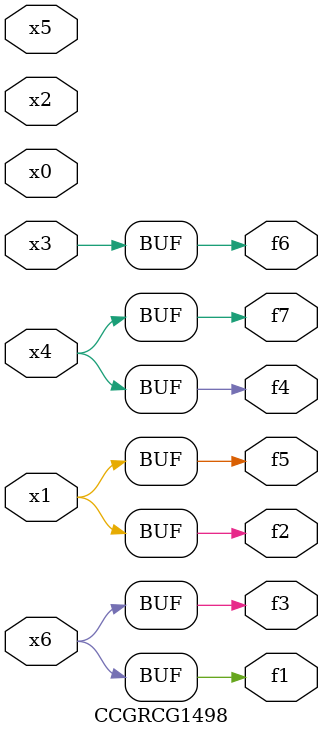
<source format=v>
module CCGRCG1498(
	input x0, x1, x2, x3, x4, x5, x6,
	output f1, f2, f3, f4, f5, f6, f7
);
	assign f1 = x6;
	assign f2 = x1;
	assign f3 = x6;
	assign f4 = x4;
	assign f5 = x1;
	assign f6 = x3;
	assign f7 = x4;
endmodule

</source>
